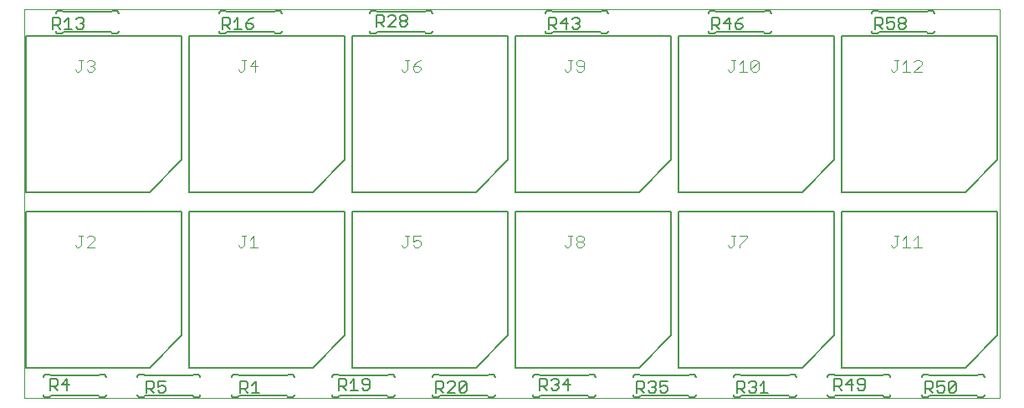
<source format=gto>
G75*
%MOIN*%
%OFA0B0*%
%FSLAX25Y25*%
%IPPOS*%
%LPD*%
%AMOC8*
5,1,8,0,0,1.08239X$1,22.5*
%
%ADD10C,0.00000*%
%ADD11C,0.00500*%
%ADD12C,0.00400*%
%ADD13C,0.00600*%
D10*
X0001000Y0001000D02*
X0001000Y0155961D01*
X0389701Y0155961D01*
X0389701Y0001000D01*
X0001000Y0001000D01*
D11*
X0011250Y0004250D02*
X0011250Y0008754D01*
X0013502Y0008754D01*
X0014253Y0008003D01*
X0014253Y0006502D01*
X0013502Y0005751D01*
X0011250Y0005751D01*
X0012751Y0005751D02*
X0014253Y0004250D01*
X0018106Y0004250D02*
X0018106Y0008754D01*
X0015854Y0006502D01*
X0018856Y0006502D01*
X0001512Y0013283D02*
X0001512Y0075488D01*
X0063717Y0075488D01*
X0063717Y0026000D01*
X0051000Y0013283D01*
X0001512Y0013283D01*
X0049542Y0007754D02*
X0049542Y0003250D01*
X0049542Y0004751D02*
X0051794Y0004751D01*
X0052545Y0005502D01*
X0052545Y0007003D01*
X0051794Y0007754D01*
X0049542Y0007754D01*
X0051043Y0004751D02*
X0052545Y0003250D01*
X0054146Y0004001D02*
X0054897Y0003250D01*
X0056398Y0003250D01*
X0057149Y0004001D01*
X0057149Y0005502D01*
X0056398Y0006253D01*
X0055647Y0006253D01*
X0054146Y0005502D01*
X0054146Y0007754D01*
X0057149Y0007754D01*
X0066512Y0013283D02*
X0066512Y0075488D01*
X0128717Y0075488D01*
X0128717Y0026000D01*
X0116000Y0013283D01*
X0066512Y0013283D01*
X0087042Y0007754D02*
X0089294Y0007754D01*
X0090045Y0007003D01*
X0090045Y0005502D01*
X0089294Y0004751D01*
X0087042Y0004751D01*
X0087042Y0003250D02*
X0087042Y0007754D01*
X0088543Y0004751D02*
X0090045Y0003250D01*
X0091646Y0003250D02*
X0094649Y0003250D01*
X0093147Y0003250D02*
X0093147Y0007754D01*
X0091646Y0006253D01*
X0126250Y0005751D02*
X0128502Y0005751D01*
X0129253Y0006502D01*
X0129253Y0008003D01*
X0128502Y0008754D01*
X0126250Y0008754D01*
X0126250Y0004250D01*
X0127751Y0005751D02*
X0129253Y0004250D01*
X0130854Y0004250D02*
X0133856Y0004250D01*
X0132355Y0004250D02*
X0132355Y0008754D01*
X0130854Y0007253D01*
X0135458Y0007253D02*
X0135458Y0008003D01*
X0136208Y0008754D01*
X0137710Y0008754D01*
X0138460Y0008003D01*
X0138460Y0005001D01*
X0137710Y0004250D01*
X0136208Y0004250D01*
X0135458Y0005001D01*
X0136208Y0006502D02*
X0138460Y0006502D01*
X0136208Y0006502D02*
X0135458Y0007253D01*
X0131512Y0013283D02*
X0131512Y0075488D01*
X0193717Y0075488D01*
X0193717Y0026000D01*
X0181000Y0013283D01*
X0131512Y0013283D01*
X0164938Y0007754D02*
X0164938Y0003250D01*
X0164938Y0004751D02*
X0167190Y0004751D01*
X0167941Y0005502D01*
X0167941Y0007003D01*
X0167190Y0007754D01*
X0164938Y0007754D01*
X0166439Y0004751D02*
X0167941Y0003250D01*
X0169542Y0003250D02*
X0172545Y0006253D01*
X0172545Y0007003D01*
X0171794Y0007754D01*
X0170293Y0007754D01*
X0169542Y0007003D01*
X0174146Y0007003D02*
X0174897Y0007754D01*
X0176398Y0007754D01*
X0177149Y0007003D01*
X0174146Y0004001D01*
X0174897Y0003250D01*
X0176398Y0003250D01*
X0177149Y0004001D01*
X0177149Y0007003D01*
X0174146Y0007003D02*
X0174146Y0004001D01*
X0172545Y0003250D02*
X0169542Y0003250D01*
X0196512Y0013283D02*
X0196512Y0075488D01*
X0258717Y0075488D01*
X0258717Y0026000D01*
X0246000Y0013283D01*
X0196512Y0013283D01*
X0206250Y0008754D02*
X0208502Y0008754D01*
X0209253Y0008003D01*
X0209253Y0006502D01*
X0208502Y0005751D01*
X0206250Y0005751D01*
X0206250Y0004250D02*
X0206250Y0008754D01*
X0210854Y0008003D02*
X0211605Y0008754D01*
X0213106Y0008754D01*
X0213856Y0008003D01*
X0213856Y0007253D01*
X0213106Y0006502D01*
X0213856Y0005751D01*
X0213856Y0005001D01*
X0213106Y0004250D01*
X0211605Y0004250D01*
X0210854Y0005001D01*
X0209253Y0004250D02*
X0207751Y0005751D01*
X0212355Y0006502D02*
X0213106Y0006502D01*
X0215458Y0006502D02*
X0217710Y0008754D01*
X0217710Y0004250D01*
X0218460Y0006502D02*
X0215458Y0006502D01*
X0244938Y0007754D02*
X0244938Y0003250D01*
X0244938Y0004751D02*
X0247190Y0004751D01*
X0247941Y0005502D01*
X0247941Y0007003D01*
X0247190Y0007754D01*
X0244938Y0007754D01*
X0246439Y0004751D02*
X0247941Y0003250D01*
X0249542Y0004001D02*
X0250293Y0003250D01*
X0251794Y0003250D01*
X0252545Y0004001D01*
X0252545Y0004751D01*
X0251794Y0005502D01*
X0251043Y0005502D01*
X0251794Y0005502D02*
X0252545Y0006253D01*
X0252545Y0007003D01*
X0251794Y0007754D01*
X0250293Y0007754D01*
X0249542Y0007003D01*
X0254146Y0007754D02*
X0254146Y0005502D01*
X0255647Y0006253D01*
X0256398Y0006253D01*
X0257149Y0005502D01*
X0257149Y0004001D01*
X0256398Y0003250D01*
X0254897Y0003250D01*
X0254146Y0004001D01*
X0254146Y0007754D02*
X0257149Y0007754D01*
X0261512Y0013283D02*
X0261512Y0075488D01*
X0323717Y0075488D01*
X0323717Y0026000D01*
X0311000Y0013283D01*
X0261512Y0013283D01*
X0284938Y0007754D02*
X0284938Y0003250D01*
X0284938Y0004751D02*
X0287190Y0004751D01*
X0287941Y0005502D01*
X0287941Y0007003D01*
X0287190Y0007754D01*
X0284938Y0007754D01*
X0286439Y0004751D02*
X0287941Y0003250D01*
X0289542Y0004001D02*
X0290293Y0003250D01*
X0291794Y0003250D01*
X0292545Y0004001D01*
X0292545Y0004751D01*
X0291794Y0005502D01*
X0291043Y0005502D01*
X0291794Y0005502D02*
X0292545Y0006253D01*
X0292545Y0007003D01*
X0291794Y0007754D01*
X0290293Y0007754D01*
X0289542Y0007003D01*
X0294146Y0006253D02*
X0295647Y0007754D01*
X0295647Y0003250D01*
X0294146Y0003250D02*
X0297149Y0003250D01*
X0323750Y0004250D02*
X0323750Y0008754D01*
X0326002Y0008754D01*
X0326753Y0008003D01*
X0326753Y0006502D01*
X0326002Y0005751D01*
X0323750Y0005751D01*
X0325251Y0005751D02*
X0326753Y0004250D01*
X0330606Y0004250D02*
X0330606Y0008754D01*
X0328354Y0006502D01*
X0331356Y0006502D01*
X0332958Y0007253D02*
X0332958Y0008003D01*
X0333708Y0008754D01*
X0335210Y0008754D01*
X0335960Y0008003D01*
X0335960Y0005001D01*
X0335210Y0004250D01*
X0333708Y0004250D01*
X0332958Y0005001D01*
X0333708Y0006502D02*
X0335960Y0006502D01*
X0333708Y0006502D02*
X0332958Y0007253D01*
X0326512Y0013283D02*
X0326512Y0075488D01*
X0388717Y0075488D01*
X0388717Y0026000D01*
X0376000Y0013283D01*
X0326512Y0013283D01*
X0359938Y0007754D02*
X0359938Y0003250D01*
X0359938Y0004751D02*
X0362190Y0004751D01*
X0362941Y0005502D01*
X0362941Y0007003D01*
X0362190Y0007754D01*
X0359938Y0007754D01*
X0361439Y0004751D02*
X0362941Y0003250D01*
X0364542Y0004001D02*
X0365293Y0003250D01*
X0366794Y0003250D01*
X0367545Y0004001D01*
X0367545Y0005502D01*
X0366794Y0006253D01*
X0366043Y0006253D01*
X0364542Y0005502D01*
X0364542Y0007754D01*
X0367545Y0007754D01*
X0369146Y0007003D02*
X0369897Y0007754D01*
X0371398Y0007754D01*
X0372149Y0007003D01*
X0369146Y0004001D01*
X0369897Y0003250D01*
X0371398Y0003250D01*
X0372149Y0004001D01*
X0372149Y0007003D01*
X0369146Y0007003D02*
X0369146Y0004001D01*
X0376000Y0083283D02*
X0326512Y0083283D01*
X0326512Y0145488D01*
X0388717Y0145488D01*
X0388717Y0096000D01*
X0376000Y0083283D01*
X0323717Y0096000D02*
X0323717Y0145488D01*
X0261512Y0145488D01*
X0261512Y0083283D01*
X0311000Y0083283D01*
X0323717Y0096000D01*
X0258717Y0096000D02*
X0258717Y0145488D01*
X0196512Y0145488D01*
X0196512Y0083283D01*
X0246000Y0083283D01*
X0258717Y0096000D01*
X0193717Y0096000D02*
X0193717Y0145488D01*
X0131512Y0145488D01*
X0131512Y0083283D01*
X0181000Y0083283D01*
X0193717Y0096000D01*
X0128717Y0096000D02*
X0128717Y0145488D01*
X0066512Y0145488D01*
X0066512Y0083283D01*
X0116000Y0083283D01*
X0128717Y0096000D01*
X0063717Y0096000D02*
X0063717Y0145488D01*
X0001512Y0145488D01*
X0001512Y0083283D01*
X0051000Y0083283D01*
X0063717Y0096000D01*
X0079938Y0148250D02*
X0079938Y0152754D01*
X0082190Y0152754D01*
X0082941Y0152003D01*
X0082941Y0150502D01*
X0082190Y0149751D01*
X0079938Y0149751D01*
X0081439Y0149751D02*
X0082941Y0148250D01*
X0084542Y0148250D02*
X0087545Y0148250D01*
X0086043Y0148250D02*
X0086043Y0152754D01*
X0084542Y0151253D01*
X0089146Y0150502D02*
X0091398Y0150502D01*
X0092149Y0149751D01*
X0092149Y0149001D01*
X0091398Y0148250D01*
X0089897Y0148250D01*
X0089146Y0149001D01*
X0089146Y0150502D01*
X0090647Y0152003D01*
X0092149Y0152754D01*
X0141250Y0153754D02*
X0141250Y0149250D01*
X0141250Y0150751D02*
X0143502Y0150751D01*
X0144253Y0151502D01*
X0144253Y0153003D01*
X0143502Y0153754D01*
X0141250Y0153754D01*
X0142751Y0150751D02*
X0144253Y0149250D01*
X0145854Y0149250D02*
X0148856Y0152253D01*
X0148856Y0153003D01*
X0148106Y0153754D01*
X0146605Y0153754D01*
X0145854Y0153003D01*
X0150458Y0153003D02*
X0150458Y0152253D01*
X0151208Y0151502D01*
X0152710Y0151502D01*
X0153460Y0150751D01*
X0153460Y0150001D01*
X0152710Y0149250D01*
X0151208Y0149250D01*
X0150458Y0150001D01*
X0150458Y0150751D01*
X0151208Y0151502D01*
X0152710Y0151502D02*
X0153460Y0152253D01*
X0153460Y0153003D01*
X0152710Y0153754D01*
X0151208Y0153754D01*
X0150458Y0153003D01*
X0148856Y0149250D02*
X0145854Y0149250D01*
X0209938Y0149751D02*
X0212190Y0149751D01*
X0212941Y0150502D01*
X0212941Y0152003D01*
X0212190Y0152754D01*
X0209938Y0152754D01*
X0209938Y0148250D01*
X0211439Y0149751D02*
X0212941Y0148250D01*
X0214542Y0150502D02*
X0217545Y0150502D01*
X0219146Y0152003D02*
X0219897Y0152754D01*
X0221398Y0152754D01*
X0222149Y0152003D01*
X0222149Y0151253D01*
X0221398Y0150502D01*
X0222149Y0149751D01*
X0222149Y0149001D01*
X0221398Y0148250D01*
X0219897Y0148250D01*
X0219146Y0149001D01*
X0220647Y0150502D02*
X0221398Y0150502D01*
X0216794Y0148250D02*
X0216794Y0152754D01*
X0214542Y0150502D01*
X0274938Y0149751D02*
X0277190Y0149751D01*
X0277941Y0150502D01*
X0277941Y0152003D01*
X0277190Y0152754D01*
X0274938Y0152754D01*
X0274938Y0148250D01*
X0276439Y0149751D02*
X0277941Y0148250D01*
X0279542Y0150502D02*
X0282545Y0150502D01*
X0284146Y0150502D02*
X0286398Y0150502D01*
X0287149Y0149751D01*
X0287149Y0149001D01*
X0286398Y0148250D01*
X0284897Y0148250D01*
X0284146Y0149001D01*
X0284146Y0150502D01*
X0285647Y0152003D01*
X0287149Y0152754D01*
X0281794Y0152754D02*
X0279542Y0150502D01*
X0281794Y0148250D02*
X0281794Y0152754D01*
X0339938Y0152754D02*
X0339938Y0148250D01*
X0339938Y0149751D02*
X0342190Y0149751D01*
X0342941Y0150502D01*
X0342941Y0152003D01*
X0342190Y0152754D01*
X0339938Y0152754D01*
X0341439Y0149751D02*
X0342941Y0148250D01*
X0344542Y0149001D02*
X0345293Y0148250D01*
X0346794Y0148250D01*
X0347545Y0149001D01*
X0347545Y0150502D01*
X0346794Y0151253D01*
X0346043Y0151253D01*
X0344542Y0150502D01*
X0344542Y0152754D01*
X0347545Y0152754D01*
X0349146Y0152003D02*
X0349146Y0151253D01*
X0349897Y0150502D01*
X0351398Y0150502D01*
X0352149Y0149751D01*
X0352149Y0149001D01*
X0351398Y0148250D01*
X0349897Y0148250D01*
X0349146Y0149001D01*
X0349146Y0149751D01*
X0349897Y0150502D01*
X0351398Y0150502D02*
X0352149Y0151253D01*
X0352149Y0152003D01*
X0351398Y0152754D01*
X0349897Y0152754D01*
X0349146Y0152003D01*
X0024649Y0152003D02*
X0024649Y0151253D01*
X0023898Y0150502D01*
X0024649Y0149751D01*
X0024649Y0149001D01*
X0023898Y0148250D01*
X0022397Y0148250D01*
X0021646Y0149001D01*
X0020045Y0148250D02*
X0017042Y0148250D01*
X0018543Y0148250D02*
X0018543Y0152754D01*
X0017042Y0151253D01*
X0015441Y0152003D02*
X0015441Y0150502D01*
X0014690Y0149751D01*
X0012438Y0149751D01*
X0012438Y0148250D02*
X0012438Y0152754D01*
X0014690Y0152754D01*
X0015441Y0152003D01*
X0013939Y0149751D02*
X0015441Y0148250D01*
X0021646Y0152003D02*
X0022397Y0152754D01*
X0023898Y0152754D01*
X0024649Y0152003D01*
X0023898Y0150502D02*
X0023147Y0150502D01*
D12*
X0023502Y0135804D02*
X0023502Y0131967D01*
X0022735Y0131200D01*
X0021967Y0131200D01*
X0021200Y0131967D01*
X0025804Y0131967D02*
X0026571Y0131200D01*
X0028106Y0131200D01*
X0028873Y0131967D01*
X0028873Y0132735D01*
X0028106Y0133502D01*
X0027339Y0133502D01*
X0028106Y0133502D02*
X0028873Y0134269D01*
X0028873Y0135037D01*
X0028106Y0135804D01*
X0026571Y0135804D01*
X0025804Y0135037D01*
X0024269Y0135804D02*
X0022735Y0135804D01*
X0086200Y0131967D02*
X0086967Y0131200D01*
X0087735Y0131200D01*
X0088502Y0131967D01*
X0088502Y0135804D01*
X0087735Y0135804D02*
X0089269Y0135804D01*
X0090804Y0133502D02*
X0093873Y0133502D01*
X0093106Y0135804D02*
X0090804Y0133502D01*
X0093106Y0131200D02*
X0093106Y0135804D01*
X0151200Y0131967D02*
X0151967Y0131200D01*
X0152735Y0131200D01*
X0153502Y0131967D01*
X0153502Y0135804D01*
X0152735Y0135804D02*
X0154269Y0135804D01*
X0155804Y0133502D02*
X0158106Y0133502D01*
X0158873Y0132735D01*
X0158873Y0131967D01*
X0158106Y0131200D01*
X0156571Y0131200D01*
X0155804Y0131967D01*
X0155804Y0133502D01*
X0157339Y0135037D01*
X0158873Y0135804D01*
X0216200Y0131967D02*
X0216967Y0131200D01*
X0217735Y0131200D01*
X0218502Y0131967D01*
X0218502Y0135804D01*
X0217735Y0135804D02*
X0219269Y0135804D01*
X0220804Y0135037D02*
X0220804Y0134269D01*
X0221571Y0133502D01*
X0223873Y0133502D01*
X0223873Y0131967D02*
X0223873Y0135037D01*
X0223106Y0135804D01*
X0221571Y0135804D01*
X0220804Y0135037D01*
X0220804Y0131967D02*
X0221571Y0131200D01*
X0223106Y0131200D01*
X0223873Y0131967D01*
X0281200Y0131967D02*
X0281967Y0131200D01*
X0282735Y0131200D01*
X0283502Y0131967D01*
X0283502Y0135804D01*
X0282735Y0135804D02*
X0284269Y0135804D01*
X0285804Y0134269D02*
X0287339Y0135804D01*
X0287339Y0131200D01*
X0288873Y0131200D02*
X0285804Y0131200D01*
X0290408Y0131967D02*
X0293477Y0135037D01*
X0293477Y0131967D01*
X0292710Y0131200D01*
X0291175Y0131200D01*
X0290408Y0131967D01*
X0290408Y0135037D01*
X0291175Y0135804D01*
X0292710Y0135804D01*
X0293477Y0135037D01*
X0346200Y0131967D02*
X0346967Y0131200D01*
X0347735Y0131200D01*
X0348502Y0131967D01*
X0348502Y0135804D01*
X0347735Y0135804D02*
X0349269Y0135804D01*
X0350804Y0134269D02*
X0352339Y0135804D01*
X0352339Y0131200D01*
X0353873Y0131200D02*
X0350804Y0131200D01*
X0355408Y0131200D02*
X0358477Y0134269D01*
X0358477Y0135037D01*
X0357710Y0135804D01*
X0356175Y0135804D01*
X0355408Y0135037D01*
X0355408Y0131200D02*
X0358477Y0131200D01*
X0356942Y0065804D02*
X0356942Y0061200D01*
X0355408Y0061200D02*
X0358477Y0061200D01*
X0353873Y0061200D02*
X0350804Y0061200D01*
X0352339Y0061200D02*
X0352339Y0065804D01*
X0350804Y0064269D01*
X0349269Y0065804D02*
X0347735Y0065804D01*
X0348502Y0065804D02*
X0348502Y0061967D01*
X0347735Y0061200D01*
X0346967Y0061200D01*
X0346200Y0061967D01*
X0355408Y0064269D02*
X0356942Y0065804D01*
X0288873Y0065804D02*
X0288873Y0065037D01*
X0285804Y0061967D01*
X0285804Y0061200D01*
X0283502Y0061967D02*
X0283502Y0065804D01*
X0282735Y0065804D02*
X0284269Y0065804D01*
X0285804Y0065804D02*
X0288873Y0065804D01*
X0283502Y0061967D02*
X0282735Y0061200D01*
X0281967Y0061200D01*
X0281200Y0061967D01*
X0223873Y0061967D02*
X0223106Y0061200D01*
X0221571Y0061200D01*
X0220804Y0061967D01*
X0220804Y0062735D01*
X0221571Y0063502D01*
X0223106Y0063502D01*
X0223873Y0062735D01*
X0223873Y0061967D01*
X0223106Y0063502D02*
X0223873Y0064269D01*
X0223873Y0065037D01*
X0223106Y0065804D01*
X0221571Y0065804D01*
X0220804Y0065037D01*
X0220804Y0064269D01*
X0221571Y0063502D01*
X0219269Y0065804D02*
X0217735Y0065804D01*
X0218502Y0065804D02*
X0218502Y0061967D01*
X0217735Y0061200D01*
X0216967Y0061200D01*
X0216200Y0061967D01*
X0158873Y0061967D02*
X0158106Y0061200D01*
X0156571Y0061200D01*
X0155804Y0061967D01*
X0155804Y0063502D02*
X0157339Y0064269D01*
X0158106Y0064269D01*
X0158873Y0063502D01*
X0158873Y0061967D01*
X0155804Y0063502D02*
X0155804Y0065804D01*
X0158873Y0065804D01*
X0154269Y0065804D02*
X0152735Y0065804D01*
X0153502Y0065804D02*
X0153502Y0061967D01*
X0152735Y0061200D01*
X0151967Y0061200D01*
X0151200Y0061967D01*
X0093873Y0061200D02*
X0090804Y0061200D01*
X0092339Y0061200D02*
X0092339Y0065804D01*
X0090804Y0064269D01*
X0089269Y0065804D02*
X0087735Y0065804D01*
X0088502Y0065804D02*
X0088502Y0061967D01*
X0087735Y0061200D01*
X0086967Y0061200D01*
X0086200Y0061967D01*
X0028873Y0061200D02*
X0025804Y0061200D01*
X0028873Y0064269D01*
X0028873Y0065037D01*
X0028106Y0065804D01*
X0026571Y0065804D01*
X0025804Y0065037D01*
X0024269Y0065804D02*
X0022735Y0065804D01*
X0023502Y0065804D02*
X0023502Y0061967D01*
X0022735Y0061200D01*
X0021967Y0061200D01*
X0021200Y0061967D01*
D13*
X0031000Y0010500D02*
X0032500Y0010500D01*
X0032560Y0010498D01*
X0032621Y0010493D01*
X0032680Y0010484D01*
X0032739Y0010471D01*
X0032798Y0010455D01*
X0032855Y0010435D01*
X0032910Y0010412D01*
X0032965Y0010385D01*
X0033017Y0010356D01*
X0033068Y0010323D01*
X0033117Y0010287D01*
X0033163Y0010249D01*
X0033207Y0010207D01*
X0033249Y0010163D01*
X0033287Y0010117D01*
X0033323Y0010068D01*
X0033356Y0010017D01*
X0033385Y0009965D01*
X0033412Y0009910D01*
X0033435Y0009855D01*
X0033455Y0009798D01*
X0033471Y0009739D01*
X0033484Y0009680D01*
X0033493Y0009621D01*
X0033498Y0009560D01*
X0033500Y0009500D01*
X0031000Y0010500D02*
X0030500Y0010000D01*
X0011500Y0010000D01*
X0011000Y0010500D01*
X0009500Y0010500D01*
X0009440Y0010498D01*
X0009379Y0010493D01*
X0009320Y0010484D01*
X0009261Y0010471D01*
X0009202Y0010455D01*
X0009145Y0010435D01*
X0009090Y0010412D01*
X0009035Y0010385D01*
X0008983Y0010356D01*
X0008932Y0010323D01*
X0008883Y0010287D01*
X0008837Y0010249D01*
X0008793Y0010207D01*
X0008751Y0010163D01*
X0008713Y0010117D01*
X0008677Y0010068D01*
X0008644Y0010017D01*
X0008615Y0009965D01*
X0008588Y0009910D01*
X0008565Y0009855D01*
X0008545Y0009798D01*
X0008529Y0009739D01*
X0008516Y0009680D01*
X0008507Y0009621D01*
X0008502Y0009560D01*
X0008500Y0009500D01*
X0008500Y0002500D02*
X0008502Y0002440D01*
X0008507Y0002379D01*
X0008516Y0002320D01*
X0008529Y0002261D01*
X0008545Y0002202D01*
X0008565Y0002145D01*
X0008588Y0002090D01*
X0008615Y0002035D01*
X0008644Y0001983D01*
X0008677Y0001932D01*
X0008713Y0001883D01*
X0008751Y0001837D01*
X0008793Y0001793D01*
X0008837Y0001751D01*
X0008883Y0001713D01*
X0008932Y0001677D01*
X0008983Y0001644D01*
X0009035Y0001615D01*
X0009090Y0001588D01*
X0009145Y0001565D01*
X0009202Y0001545D01*
X0009261Y0001529D01*
X0009320Y0001516D01*
X0009379Y0001507D01*
X0009440Y0001502D01*
X0009500Y0001500D01*
X0011000Y0001500D01*
X0011500Y0002000D01*
X0030500Y0002000D01*
X0031000Y0001500D01*
X0032500Y0001500D01*
X0032560Y0001502D01*
X0032621Y0001507D01*
X0032680Y0001516D01*
X0032739Y0001529D01*
X0032798Y0001545D01*
X0032855Y0001565D01*
X0032910Y0001588D01*
X0032965Y0001615D01*
X0033017Y0001644D01*
X0033068Y0001677D01*
X0033117Y0001713D01*
X0033163Y0001751D01*
X0033207Y0001793D01*
X0033249Y0001837D01*
X0033287Y0001883D01*
X0033323Y0001932D01*
X0033356Y0001983D01*
X0033385Y0002035D01*
X0033412Y0002090D01*
X0033435Y0002145D01*
X0033455Y0002202D01*
X0033471Y0002261D01*
X0033484Y0002320D01*
X0033493Y0002379D01*
X0033498Y0002440D01*
X0033500Y0002500D01*
X0046000Y0002500D02*
X0046002Y0002440D01*
X0046007Y0002379D01*
X0046016Y0002320D01*
X0046029Y0002261D01*
X0046045Y0002202D01*
X0046065Y0002145D01*
X0046088Y0002090D01*
X0046115Y0002035D01*
X0046144Y0001983D01*
X0046177Y0001932D01*
X0046213Y0001883D01*
X0046251Y0001837D01*
X0046293Y0001793D01*
X0046337Y0001751D01*
X0046383Y0001713D01*
X0046432Y0001677D01*
X0046483Y0001644D01*
X0046535Y0001615D01*
X0046590Y0001588D01*
X0046645Y0001565D01*
X0046702Y0001545D01*
X0046761Y0001529D01*
X0046820Y0001516D01*
X0046879Y0001507D01*
X0046940Y0001502D01*
X0047000Y0001500D01*
X0048500Y0001500D01*
X0049000Y0002000D01*
X0068000Y0002000D01*
X0068500Y0001500D01*
X0070000Y0001500D01*
X0070060Y0001502D01*
X0070121Y0001507D01*
X0070180Y0001516D01*
X0070239Y0001529D01*
X0070298Y0001545D01*
X0070355Y0001565D01*
X0070410Y0001588D01*
X0070465Y0001615D01*
X0070517Y0001644D01*
X0070568Y0001677D01*
X0070617Y0001713D01*
X0070663Y0001751D01*
X0070707Y0001793D01*
X0070749Y0001837D01*
X0070787Y0001883D01*
X0070823Y0001932D01*
X0070856Y0001983D01*
X0070885Y0002035D01*
X0070912Y0002090D01*
X0070935Y0002145D01*
X0070955Y0002202D01*
X0070971Y0002261D01*
X0070984Y0002320D01*
X0070993Y0002379D01*
X0070998Y0002440D01*
X0071000Y0002500D01*
X0083500Y0002500D02*
X0083502Y0002440D01*
X0083507Y0002379D01*
X0083516Y0002320D01*
X0083529Y0002261D01*
X0083545Y0002202D01*
X0083565Y0002145D01*
X0083588Y0002090D01*
X0083615Y0002035D01*
X0083644Y0001983D01*
X0083677Y0001932D01*
X0083713Y0001883D01*
X0083751Y0001837D01*
X0083793Y0001793D01*
X0083837Y0001751D01*
X0083883Y0001713D01*
X0083932Y0001677D01*
X0083983Y0001644D01*
X0084035Y0001615D01*
X0084090Y0001588D01*
X0084145Y0001565D01*
X0084202Y0001545D01*
X0084261Y0001529D01*
X0084320Y0001516D01*
X0084379Y0001507D01*
X0084440Y0001502D01*
X0084500Y0001500D01*
X0086000Y0001500D01*
X0086500Y0002000D01*
X0105500Y0002000D01*
X0106000Y0001500D01*
X0107500Y0001500D01*
X0107560Y0001502D01*
X0107621Y0001507D01*
X0107680Y0001516D01*
X0107739Y0001529D01*
X0107798Y0001545D01*
X0107855Y0001565D01*
X0107910Y0001588D01*
X0107965Y0001615D01*
X0108017Y0001644D01*
X0108068Y0001677D01*
X0108117Y0001713D01*
X0108163Y0001751D01*
X0108207Y0001793D01*
X0108249Y0001837D01*
X0108287Y0001883D01*
X0108323Y0001932D01*
X0108356Y0001983D01*
X0108385Y0002035D01*
X0108412Y0002090D01*
X0108435Y0002145D01*
X0108455Y0002202D01*
X0108471Y0002261D01*
X0108484Y0002320D01*
X0108493Y0002379D01*
X0108498Y0002440D01*
X0108500Y0002500D01*
X0123500Y0002500D02*
X0123502Y0002440D01*
X0123507Y0002379D01*
X0123516Y0002320D01*
X0123529Y0002261D01*
X0123545Y0002202D01*
X0123565Y0002145D01*
X0123588Y0002090D01*
X0123615Y0002035D01*
X0123644Y0001983D01*
X0123677Y0001932D01*
X0123713Y0001883D01*
X0123751Y0001837D01*
X0123793Y0001793D01*
X0123837Y0001751D01*
X0123883Y0001713D01*
X0123932Y0001677D01*
X0123983Y0001644D01*
X0124035Y0001615D01*
X0124090Y0001588D01*
X0124145Y0001565D01*
X0124202Y0001545D01*
X0124261Y0001529D01*
X0124320Y0001516D01*
X0124379Y0001507D01*
X0124440Y0001502D01*
X0124500Y0001500D01*
X0126000Y0001500D01*
X0126500Y0002000D01*
X0145500Y0002000D01*
X0146000Y0001500D01*
X0147500Y0001500D01*
X0147560Y0001502D01*
X0147621Y0001507D01*
X0147680Y0001516D01*
X0147739Y0001529D01*
X0147798Y0001545D01*
X0147855Y0001565D01*
X0147910Y0001588D01*
X0147965Y0001615D01*
X0148017Y0001644D01*
X0148068Y0001677D01*
X0148117Y0001713D01*
X0148163Y0001751D01*
X0148207Y0001793D01*
X0148249Y0001837D01*
X0148287Y0001883D01*
X0148323Y0001932D01*
X0148356Y0001983D01*
X0148385Y0002035D01*
X0148412Y0002090D01*
X0148435Y0002145D01*
X0148455Y0002202D01*
X0148471Y0002261D01*
X0148484Y0002320D01*
X0148493Y0002379D01*
X0148498Y0002440D01*
X0148500Y0002500D01*
X0148500Y0009500D02*
X0148498Y0009560D01*
X0148493Y0009621D01*
X0148484Y0009680D01*
X0148471Y0009739D01*
X0148455Y0009798D01*
X0148435Y0009855D01*
X0148412Y0009910D01*
X0148385Y0009965D01*
X0148356Y0010017D01*
X0148323Y0010068D01*
X0148287Y0010117D01*
X0148249Y0010163D01*
X0148207Y0010207D01*
X0148163Y0010249D01*
X0148117Y0010287D01*
X0148068Y0010323D01*
X0148017Y0010356D01*
X0147965Y0010385D01*
X0147910Y0010412D01*
X0147855Y0010435D01*
X0147798Y0010455D01*
X0147739Y0010471D01*
X0147680Y0010484D01*
X0147621Y0010493D01*
X0147560Y0010498D01*
X0147500Y0010500D01*
X0146000Y0010500D01*
X0145500Y0010000D01*
X0126500Y0010000D01*
X0126000Y0010500D01*
X0124500Y0010500D01*
X0124440Y0010498D01*
X0124379Y0010493D01*
X0124320Y0010484D01*
X0124261Y0010471D01*
X0124202Y0010455D01*
X0124145Y0010435D01*
X0124090Y0010412D01*
X0124035Y0010385D01*
X0123983Y0010356D01*
X0123932Y0010323D01*
X0123883Y0010287D01*
X0123837Y0010249D01*
X0123793Y0010207D01*
X0123751Y0010163D01*
X0123713Y0010117D01*
X0123677Y0010068D01*
X0123644Y0010017D01*
X0123615Y0009965D01*
X0123588Y0009910D01*
X0123565Y0009855D01*
X0123545Y0009798D01*
X0123529Y0009739D01*
X0123516Y0009680D01*
X0123507Y0009621D01*
X0123502Y0009560D01*
X0123500Y0009500D01*
X0108500Y0009500D02*
X0108498Y0009560D01*
X0108493Y0009621D01*
X0108484Y0009680D01*
X0108471Y0009739D01*
X0108455Y0009798D01*
X0108435Y0009855D01*
X0108412Y0009910D01*
X0108385Y0009965D01*
X0108356Y0010017D01*
X0108323Y0010068D01*
X0108287Y0010117D01*
X0108249Y0010163D01*
X0108207Y0010207D01*
X0108163Y0010249D01*
X0108117Y0010287D01*
X0108068Y0010323D01*
X0108017Y0010356D01*
X0107965Y0010385D01*
X0107910Y0010412D01*
X0107855Y0010435D01*
X0107798Y0010455D01*
X0107739Y0010471D01*
X0107680Y0010484D01*
X0107621Y0010493D01*
X0107560Y0010498D01*
X0107500Y0010500D01*
X0106000Y0010500D01*
X0105500Y0010000D01*
X0086500Y0010000D01*
X0086000Y0010500D01*
X0084500Y0010500D01*
X0084440Y0010498D01*
X0084379Y0010493D01*
X0084320Y0010484D01*
X0084261Y0010471D01*
X0084202Y0010455D01*
X0084145Y0010435D01*
X0084090Y0010412D01*
X0084035Y0010385D01*
X0083983Y0010356D01*
X0083932Y0010323D01*
X0083883Y0010287D01*
X0083837Y0010249D01*
X0083793Y0010207D01*
X0083751Y0010163D01*
X0083713Y0010117D01*
X0083677Y0010068D01*
X0083644Y0010017D01*
X0083615Y0009965D01*
X0083588Y0009910D01*
X0083565Y0009855D01*
X0083545Y0009798D01*
X0083529Y0009739D01*
X0083516Y0009680D01*
X0083507Y0009621D01*
X0083502Y0009560D01*
X0083500Y0009500D01*
X0071000Y0009500D02*
X0070998Y0009560D01*
X0070993Y0009621D01*
X0070984Y0009680D01*
X0070971Y0009739D01*
X0070955Y0009798D01*
X0070935Y0009855D01*
X0070912Y0009910D01*
X0070885Y0009965D01*
X0070856Y0010017D01*
X0070823Y0010068D01*
X0070787Y0010117D01*
X0070749Y0010163D01*
X0070707Y0010207D01*
X0070663Y0010249D01*
X0070617Y0010287D01*
X0070568Y0010323D01*
X0070517Y0010356D01*
X0070465Y0010385D01*
X0070410Y0010412D01*
X0070355Y0010435D01*
X0070298Y0010455D01*
X0070239Y0010471D01*
X0070180Y0010484D01*
X0070121Y0010493D01*
X0070060Y0010498D01*
X0070000Y0010500D01*
X0068500Y0010500D01*
X0068000Y0010000D01*
X0049000Y0010000D01*
X0048500Y0010500D01*
X0047000Y0010500D01*
X0046940Y0010498D01*
X0046879Y0010493D01*
X0046820Y0010484D01*
X0046761Y0010471D01*
X0046702Y0010455D01*
X0046645Y0010435D01*
X0046590Y0010412D01*
X0046535Y0010385D01*
X0046483Y0010356D01*
X0046432Y0010323D01*
X0046383Y0010287D01*
X0046337Y0010249D01*
X0046293Y0010207D01*
X0046251Y0010163D01*
X0046213Y0010117D01*
X0046177Y0010068D01*
X0046144Y0010017D01*
X0046115Y0009965D01*
X0046088Y0009910D01*
X0046065Y0009855D01*
X0046045Y0009798D01*
X0046029Y0009739D01*
X0046016Y0009680D01*
X0046007Y0009621D01*
X0046002Y0009560D01*
X0046000Y0009500D01*
X0163500Y0009500D02*
X0163502Y0009560D01*
X0163507Y0009621D01*
X0163516Y0009680D01*
X0163529Y0009739D01*
X0163545Y0009798D01*
X0163565Y0009855D01*
X0163588Y0009910D01*
X0163615Y0009965D01*
X0163644Y0010017D01*
X0163677Y0010068D01*
X0163713Y0010117D01*
X0163751Y0010163D01*
X0163793Y0010207D01*
X0163837Y0010249D01*
X0163883Y0010287D01*
X0163932Y0010323D01*
X0163983Y0010356D01*
X0164035Y0010385D01*
X0164090Y0010412D01*
X0164145Y0010435D01*
X0164202Y0010455D01*
X0164261Y0010471D01*
X0164320Y0010484D01*
X0164379Y0010493D01*
X0164440Y0010498D01*
X0164500Y0010500D01*
X0166000Y0010500D01*
X0166500Y0010000D01*
X0185500Y0010000D01*
X0186000Y0010500D01*
X0187500Y0010500D01*
X0187560Y0010498D01*
X0187621Y0010493D01*
X0187680Y0010484D01*
X0187739Y0010471D01*
X0187798Y0010455D01*
X0187855Y0010435D01*
X0187910Y0010412D01*
X0187965Y0010385D01*
X0188017Y0010356D01*
X0188068Y0010323D01*
X0188117Y0010287D01*
X0188163Y0010249D01*
X0188207Y0010207D01*
X0188249Y0010163D01*
X0188287Y0010117D01*
X0188323Y0010068D01*
X0188356Y0010017D01*
X0188385Y0009965D01*
X0188412Y0009910D01*
X0188435Y0009855D01*
X0188455Y0009798D01*
X0188471Y0009739D01*
X0188484Y0009680D01*
X0188493Y0009621D01*
X0188498Y0009560D01*
X0188500Y0009500D01*
X0203500Y0009500D02*
X0203502Y0009560D01*
X0203507Y0009621D01*
X0203516Y0009680D01*
X0203529Y0009739D01*
X0203545Y0009798D01*
X0203565Y0009855D01*
X0203588Y0009910D01*
X0203615Y0009965D01*
X0203644Y0010017D01*
X0203677Y0010068D01*
X0203713Y0010117D01*
X0203751Y0010163D01*
X0203793Y0010207D01*
X0203837Y0010249D01*
X0203883Y0010287D01*
X0203932Y0010323D01*
X0203983Y0010356D01*
X0204035Y0010385D01*
X0204090Y0010412D01*
X0204145Y0010435D01*
X0204202Y0010455D01*
X0204261Y0010471D01*
X0204320Y0010484D01*
X0204379Y0010493D01*
X0204440Y0010498D01*
X0204500Y0010500D01*
X0206000Y0010500D01*
X0206500Y0010000D01*
X0225500Y0010000D01*
X0226000Y0010500D01*
X0227500Y0010500D01*
X0227560Y0010498D01*
X0227621Y0010493D01*
X0227680Y0010484D01*
X0227739Y0010471D01*
X0227798Y0010455D01*
X0227855Y0010435D01*
X0227910Y0010412D01*
X0227965Y0010385D01*
X0228017Y0010356D01*
X0228068Y0010323D01*
X0228117Y0010287D01*
X0228163Y0010249D01*
X0228207Y0010207D01*
X0228249Y0010163D01*
X0228287Y0010117D01*
X0228323Y0010068D01*
X0228356Y0010017D01*
X0228385Y0009965D01*
X0228412Y0009910D01*
X0228435Y0009855D01*
X0228455Y0009798D01*
X0228471Y0009739D01*
X0228484Y0009680D01*
X0228493Y0009621D01*
X0228498Y0009560D01*
X0228500Y0009500D01*
X0243500Y0009500D02*
X0243502Y0009560D01*
X0243507Y0009621D01*
X0243516Y0009680D01*
X0243529Y0009739D01*
X0243545Y0009798D01*
X0243565Y0009855D01*
X0243588Y0009910D01*
X0243615Y0009965D01*
X0243644Y0010017D01*
X0243677Y0010068D01*
X0243713Y0010117D01*
X0243751Y0010163D01*
X0243793Y0010207D01*
X0243837Y0010249D01*
X0243883Y0010287D01*
X0243932Y0010323D01*
X0243983Y0010356D01*
X0244035Y0010385D01*
X0244090Y0010412D01*
X0244145Y0010435D01*
X0244202Y0010455D01*
X0244261Y0010471D01*
X0244320Y0010484D01*
X0244379Y0010493D01*
X0244440Y0010498D01*
X0244500Y0010500D01*
X0246000Y0010500D01*
X0246500Y0010000D01*
X0265500Y0010000D01*
X0266000Y0010500D01*
X0267500Y0010500D01*
X0267560Y0010498D01*
X0267621Y0010493D01*
X0267680Y0010484D01*
X0267739Y0010471D01*
X0267798Y0010455D01*
X0267855Y0010435D01*
X0267910Y0010412D01*
X0267965Y0010385D01*
X0268017Y0010356D01*
X0268068Y0010323D01*
X0268117Y0010287D01*
X0268163Y0010249D01*
X0268207Y0010207D01*
X0268249Y0010163D01*
X0268287Y0010117D01*
X0268323Y0010068D01*
X0268356Y0010017D01*
X0268385Y0009965D01*
X0268412Y0009910D01*
X0268435Y0009855D01*
X0268455Y0009798D01*
X0268471Y0009739D01*
X0268484Y0009680D01*
X0268493Y0009621D01*
X0268498Y0009560D01*
X0268500Y0009500D01*
X0283500Y0009500D02*
X0283502Y0009560D01*
X0283507Y0009621D01*
X0283516Y0009680D01*
X0283529Y0009739D01*
X0283545Y0009798D01*
X0283565Y0009855D01*
X0283588Y0009910D01*
X0283615Y0009965D01*
X0283644Y0010017D01*
X0283677Y0010068D01*
X0283713Y0010117D01*
X0283751Y0010163D01*
X0283793Y0010207D01*
X0283837Y0010249D01*
X0283883Y0010287D01*
X0283932Y0010323D01*
X0283983Y0010356D01*
X0284035Y0010385D01*
X0284090Y0010412D01*
X0284145Y0010435D01*
X0284202Y0010455D01*
X0284261Y0010471D01*
X0284320Y0010484D01*
X0284379Y0010493D01*
X0284440Y0010498D01*
X0284500Y0010500D01*
X0286000Y0010500D01*
X0286500Y0010000D01*
X0305500Y0010000D01*
X0306000Y0010500D01*
X0307500Y0010500D01*
X0307560Y0010498D01*
X0307621Y0010493D01*
X0307680Y0010484D01*
X0307739Y0010471D01*
X0307798Y0010455D01*
X0307855Y0010435D01*
X0307910Y0010412D01*
X0307965Y0010385D01*
X0308017Y0010356D01*
X0308068Y0010323D01*
X0308117Y0010287D01*
X0308163Y0010249D01*
X0308207Y0010207D01*
X0308249Y0010163D01*
X0308287Y0010117D01*
X0308323Y0010068D01*
X0308356Y0010017D01*
X0308385Y0009965D01*
X0308412Y0009910D01*
X0308435Y0009855D01*
X0308455Y0009798D01*
X0308471Y0009739D01*
X0308484Y0009680D01*
X0308493Y0009621D01*
X0308498Y0009560D01*
X0308500Y0009500D01*
X0321000Y0009500D02*
X0321002Y0009560D01*
X0321007Y0009621D01*
X0321016Y0009680D01*
X0321029Y0009739D01*
X0321045Y0009798D01*
X0321065Y0009855D01*
X0321088Y0009910D01*
X0321115Y0009965D01*
X0321144Y0010017D01*
X0321177Y0010068D01*
X0321213Y0010117D01*
X0321251Y0010163D01*
X0321293Y0010207D01*
X0321337Y0010249D01*
X0321383Y0010287D01*
X0321432Y0010323D01*
X0321483Y0010356D01*
X0321535Y0010385D01*
X0321590Y0010412D01*
X0321645Y0010435D01*
X0321702Y0010455D01*
X0321761Y0010471D01*
X0321820Y0010484D01*
X0321879Y0010493D01*
X0321940Y0010498D01*
X0322000Y0010500D01*
X0323500Y0010500D01*
X0324000Y0010000D01*
X0343000Y0010000D01*
X0343500Y0010500D01*
X0345000Y0010500D01*
X0345060Y0010498D01*
X0345121Y0010493D01*
X0345180Y0010484D01*
X0345239Y0010471D01*
X0345298Y0010455D01*
X0345355Y0010435D01*
X0345410Y0010412D01*
X0345465Y0010385D01*
X0345517Y0010356D01*
X0345568Y0010323D01*
X0345617Y0010287D01*
X0345663Y0010249D01*
X0345707Y0010207D01*
X0345749Y0010163D01*
X0345787Y0010117D01*
X0345823Y0010068D01*
X0345856Y0010017D01*
X0345885Y0009965D01*
X0345912Y0009910D01*
X0345935Y0009855D01*
X0345955Y0009798D01*
X0345971Y0009739D01*
X0345984Y0009680D01*
X0345993Y0009621D01*
X0345998Y0009560D01*
X0346000Y0009500D01*
X0358500Y0009500D02*
X0358502Y0009560D01*
X0358507Y0009621D01*
X0358516Y0009680D01*
X0358529Y0009739D01*
X0358545Y0009798D01*
X0358565Y0009855D01*
X0358588Y0009910D01*
X0358615Y0009965D01*
X0358644Y0010017D01*
X0358677Y0010068D01*
X0358713Y0010117D01*
X0358751Y0010163D01*
X0358793Y0010207D01*
X0358837Y0010249D01*
X0358883Y0010287D01*
X0358932Y0010323D01*
X0358983Y0010356D01*
X0359035Y0010385D01*
X0359090Y0010412D01*
X0359145Y0010435D01*
X0359202Y0010455D01*
X0359261Y0010471D01*
X0359320Y0010484D01*
X0359379Y0010493D01*
X0359440Y0010498D01*
X0359500Y0010500D01*
X0361000Y0010500D01*
X0361500Y0010000D01*
X0380500Y0010000D01*
X0381000Y0010500D01*
X0382500Y0010500D01*
X0382560Y0010498D01*
X0382621Y0010493D01*
X0382680Y0010484D01*
X0382739Y0010471D01*
X0382798Y0010455D01*
X0382855Y0010435D01*
X0382910Y0010412D01*
X0382965Y0010385D01*
X0383017Y0010356D01*
X0383068Y0010323D01*
X0383117Y0010287D01*
X0383163Y0010249D01*
X0383207Y0010207D01*
X0383249Y0010163D01*
X0383287Y0010117D01*
X0383323Y0010068D01*
X0383356Y0010017D01*
X0383385Y0009965D01*
X0383412Y0009910D01*
X0383435Y0009855D01*
X0383455Y0009798D01*
X0383471Y0009739D01*
X0383484Y0009680D01*
X0383493Y0009621D01*
X0383498Y0009560D01*
X0383500Y0009500D01*
X0383500Y0002500D02*
X0383498Y0002440D01*
X0383493Y0002379D01*
X0383484Y0002320D01*
X0383471Y0002261D01*
X0383455Y0002202D01*
X0383435Y0002145D01*
X0383412Y0002090D01*
X0383385Y0002035D01*
X0383356Y0001983D01*
X0383323Y0001932D01*
X0383287Y0001883D01*
X0383249Y0001837D01*
X0383207Y0001793D01*
X0383163Y0001751D01*
X0383117Y0001713D01*
X0383068Y0001677D01*
X0383017Y0001644D01*
X0382965Y0001615D01*
X0382910Y0001588D01*
X0382855Y0001565D01*
X0382798Y0001545D01*
X0382739Y0001529D01*
X0382680Y0001516D01*
X0382621Y0001507D01*
X0382560Y0001502D01*
X0382500Y0001500D01*
X0381000Y0001500D01*
X0380500Y0002000D01*
X0361500Y0002000D01*
X0361000Y0001500D01*
X0359500Y0001500D01*
X0359440Y0001502D01*
X0359379Y0001507D01*
X0359320Y0001516D01*
X0359261Y0001529D01*
X0359202Y0001545D01*
X0359145Y0001565D01*
X0359090Y0001588D01*
X0359035Y0001615D01*
X0358983Y0001644D01*
X0358932Y0001677D01*
X0358883Y0001713D01*
X0358837Y0001751D01*
X0358793Y0001793D01*
X0358751Y0001837D01*
X0358713Y0001883D01*
X0358677Y0001932D01*
X0358644Y0001983D01*
X0358615Y0002035D01*
X0358588Y0002090D01*
X0358565Y0002145D01*
X0358545Y0002202D01*
X0358529Y0002261D01*
X0358516Y0002320D01*
X0358507Y0002379D01*
X0358502Y0002440D01*
X0358500Y0002500D01*
X0346000Y0002500D02*
X0345998Y0002440D01*
X0345993Y0002379D01*
X0345984Y0002320D01*
X0345971Y0002261D01*
X0345955Y0002202D01*
X0345935Y0002145D01*
X0345912Y0002090D01*
X0345885Y0002035D01*
X0345856Y0001983D01*
X0345823Y0001932D01*
X0345787Y0001883D01*
X0345749Y0001837D01*
X0345707Y0001793D01*
X0345663Y0001751D01*
X0345617Y0001713D01*
X0345568Y0001677D01*
X0345517Y0001644D01*
X0345465Y0001615D01*
X0345410Y0001588D01*
X0345355Y0001565D01*
X0345298Y0001545D01*
X0345239Y0001529D01*
X0345180Y0001516D01*
X0345121Y0001507D01*
X0345060Y0001502D01*
X0345000Y0001500D01*
X0343500Y0001500D01*
X0343000Y0002000D01*
X0324000Y0002000D01*
X0323500Y0001500D01*
X0322000Y0001500D01*
X0321940Y0001502D01*
X0321879Y0001507D01*
X0321820Y0001516D01*
X0321761Y0001529D01*
X0321702Y0001545D01*
X0321645Y0001565D01*
X0321590Y0001588D01*
X0321535Y0001615D01*
X0321483Y0001644D01*
X0321432Y0001677D01*
X0321383Y0001713D01*
X0321337Y0001751D01*
X0321293Y0001793D01*
X0321251Y0001837D01*
X0321213Y0001883D01*
X0321177Y0001932D01*
X0321144Y0001983D01*
X0321115Y0002035D01*
X0321088Y0002090D01*
X0321065Y0002145D01*
X0321045Y0002202D01*
X0321029Y0002261D01*
X0321016Y0002320D01*
X0321007Y0002379D01*
X0321002Y0002440D01*
X0321000Y0002500D01*
X0308500Y0002500D02*
X0308498Y0002440D01*
X0308493Y0002379D01*
X0308484Y0002320D01*
X0308471Y0002261D01*
X0308455Y0002202D01*
X0308435Y0002145D01*
X0308412Y0002090D01*
X0308385Y0002035D01*
X0308356Y0001983D01*
X0308323Y0001932D01*
X0308287Y0001883D01*
X0308249Y0001837D01*
X0308207Y0001793D01*
X0308163Y0001751D01*
X0308117Y0001713D01*
X0308068Y0001677D01*
X0308017Y0001644D01*
X0307965Y0001615D01*
X0307910Y0001588D01*
X0307855Y0001565D01*
X0307798Y0001545D01*
X0307739Y0001529D01*
X0307680Y0001516D01*
X0307621Y0001507D01*
X0307560Y0001502D01*
X0307500Y0001500D01*
X0306000Y0001500D01*
X0305500Y0002000D01*
X0286500Y0002000D01*
X0286000Y0001500D01*
X0284500Y0001500D01*
X0284440Y0001502D01*
X0284379Y0001507D01*
X0284320Y0001516D01*
X0284261Y0001529D01*
X0284202Y0001545D01*
X0284145Y0001565D01*
X0284090Y0001588D01*
X0284035Y0001615D01*
X0283983Y0001644D01*
X0283932Y0001677D01*
X0283883Y0001713D01*
X0283837Y0001751D01*
X0283793Y0001793D01*
X0283751Y0001837D01*
X0283713Y0001883D01*
X0283677Y0001932D01*
X0283644Y0001983D01*
X0283615Y0002035D01*
X0283588Y0002090D01*
X0283565Y0002145D01*
X0283545Y0002202D01*
X0283529Y0002261D01*
X0283516Y0002320D01*
X0283507Y0002379D01*
X0283502Y0002440D01*
X0283500Y0002500D01*
X0268500Y0002500D02*
X0268498Y0002440D01*
X0268493Y0002379D01*
X0268484Y0002320D01*
X0268471Y0002261D01*
X0268455Y0002202D01*
X0268435Y0002145D01*
X0268412Y0002090D01*
X0268385Y0002035D01*
X0268356Y0001983D01*
X0268323Y0001932D01*
X0268287Y0001883D01*
X0268249Y0001837D01*
X0268207Y0001793D01*
X0268163Y0001751D01*
X0268117Y0001713D01*
X0268068Y0001677D01*
X0268017Y0001644D01*
X0267965Y0001615D01*
X0267910Y0001588D01*
X0267855Y0001565D01*
X0267798Y0001545D01*
X0267739Y0001529D01*
X0267680Y0001516D01*
X0267621Y0001507D01*
X0267560Y0001502D01*
X0267500Y0001500D01*
X0266000Y0001500D01*
X0265500Y0002000D01*
X0246500Y0002000D01*
X0246000Y0001500D01*
X0244500Y0001500D01*
X0244440Y0001502D01*
X0244379Y0001507D01*
X0244320Y0001516D01*
X0244261Y0001529D01*
X0244202Y0001545D01*
X0244145Y0001565D01*
X0244090Y0001588D01*
X0244035Y0001615D01*
X0243983Y0001644D01*
X0243932Y0001677D01*
X0243883Y0001713D01*
X0243837Y0001751D01*
X0243793Y0001793D01*
X0243751Y0001837D01*
X0243713Y0001883D01*
X0243677Y0001932D01*
X0243644Y0001983D01*
X0243615Y0002035D01*
X0243588Y0002090D01*
X0243565Y0002145D01*
X0243545Y0002202D01*
X0243529Y0002261D01*
X0243516Y0002320D01*
X0243507Y0002379D01*
X0243502Y0002440D01*
X0243500Y0002500D01*
X0228500Y0002500D02*
X0228498Y0002440D01*
X0228493Y0002379D01*
X0228484Y0002320D01*
X0228471Y0002261D01*
X0228455Y0002202D01*
X0228435Y0002145D01*
X0228412Y0002090D01*
X0228385Y0002035D01*
X0228356Y0001983D01*
X0228323Y0001932D01*
X0228287Y0001883D01*
X0228249Y0001837D01*
X0228207Y0001793D01*
X0228163Y0001751D01*
X0228117Y0001713D01*
X0228068Y0001677D01*
X0228017Y0001644D01*
X0227965Y0001615D01*
X0227910Y0001588D01*
X0227855Y0001565D01*
X0227798Y0001545D01*
X0227739Y0001529D01*
X0227680Y0001516D01*
X0227621Y0001507D01*
X0227560Y0001502D01*
X0227500Y0001500D01*
X0226000Y0001500D01*
X0225500Y0002000D01*
X0206500Y0002000D01*
X0206000Y0001500D01*
X0204500Y0001500D01*
X0204440Y0001502D01*
X0204379Y0001507D01*
X0204320Y0001516D01*
X0204261Y0001529D01*
X0204202Y0001545D01*
X0204145Y0001565D01*
X0204090Y0001588D01*
X0204035Y0001615D01*
X0203983Y0001644D01*
X0203932Y0001677D01*
X0203883Y0001713D01*
X0203837Y0001751D01*
X0203793Y0001793D01*
X0203751Y0001837D01*
X0203713Y0001883D01*
X0203677Y0001932D01*
X0203644Y0001983D01*
X0203615Y0002035D01*
X0203588Y0002090D01*
X0203565Y0002145D01*
X0203545Y0002202D01*
X0203529Y0002261D01*
X0203516Y0002320D01*
X0203507Y0002379D01*
X0203502Y0002440D01*
X0203500Y0002500D01*
X0188500Y0002500D02*
X0188498Y0002440D01*
X0188493Y0002379D01*
X0188484Y0002320D01*
X0188471Y0002261D01*
X0188455Y0002202D01*
X0188435Y0002145D01*
X0188412Y0002090D01*
X0188385Y0002035D01*
X0188356Y0001983D01*
X0188323Y0001932D01*
X0188287Y0001883D01*
X0188249Y0001837D01*
X0188207Y0001793D01*
X0188163Y0001751D01*
X0188117Y0001713D01*
X0188068Y0001677D01*
X0188017Y0001644D01*
X0187965Y0001615D01*
X0187910Y0001588D01*
X0187855Y0001565D01*
X0187798Y0001545D01*
X0187739Y0001529D01*
X0187680Y0001516D01*
X0187621Y0001507D01*
X0187560Y0001502D01*
X0187500Y0001500D01*
X0186000Y0001500D01*
X0185500Y0002000D01*
X0166500Y0002000D01*
X0166000Y0001500D01*
X0164500Y0001500D01*
X0164440Y0001502D01*
X0164379Y0001507D01*
X0164320Y0001516D01*
X0164261Y0001529D01*
X0164202Y0001545D01*
X0164145Y0001565D01*
X0164090Y0001588D01*
X0164035Y0001615D01*
X0163983Y0001644D01*
X0163932Y0001677D01*
X0163883Y0001713D01*
X0163837Y0001751D01*
X0163793Y0001793D01*
X0163751Y0001837D01*
X0163713Y0001883D01*
X0163677Y0001932D01*
X0163644Y0001983D01*
X0163615Y0002035D01*
X0163588Y0002090D01*
X0163565Y0002145D01*
X0163545Y0002202D01*
X0163529Y0002261D01*
X0163516Y0002320D01*
X0163507Y0002379D01*
X0163502Y0002440D01*
X0163500Y0002500D01*
X0162500Y0146500D02*
X0161000Y0146500D01*
X0160500Y0147000D01*
X0141500Y0147000D01*
X0141000Y0146500D01*
X0139500Y0146500D01*
X0139440Y0146502D01*
X0139379Y0146507D01*
X0139320Y0146516D01*
X0139261Y0146529D01*
X0139202Y0146545D01*
X0139145Y0146565D01*
X0139090Y0146588D01*
X0139035Y0146615D01*
X0138983Y0146644D01*
X0138932Y0146677D01*
X0138883Y0146713D01*
X0138837Y0146751D01*
X0138793Y0146793D01*
X0138751Y0146837D01*
X0138713Y0146883D01*
X0138677Y0146932D01*
X0138644Y0146983D01*
X0138615Y0147035D01*
X0138588Y0147090D01*
X0138565Y0147145D01*
X0138545Y0147202D01*
X0138529Y0147261D01*
X0138516Y0147320D01*
X0138507Y0147379D01*
X0138502Y0147440D01*
X0138500Y0147500D01*
X0138500Y0154500D02*
X0138502Y0154560D01*
X0138507Y0154621D01*
X0138516Y0154680D01*
X0138529Y0154739D01*
X0138545Y0154798D01*
X0138565Y0154855D01*
X0138588Y0154910D01*
X0138615Y0154965D01*
X0138644Y0155017D01*
X0138677Y0155068D01*
X0138713Y0155117D01*
X0138751Y0155163D01*
X0138793Y0155207D01*
X0138837Y0155249D01*
X0138883Y0155287D01*
X0138932Y0155323D01*
X0138983Y0155356D01*
X0139035Y0155385D01*
X0139090Y0155412D01*
X0139145Y0155435D01*
X0139202Y0155455D01*
X0139261Y0155471D01*
X0139320Y0155484D01*
X0139379Y0155493D01*
X0139440Y0155498D01*
X0139500Y0155500D01*
X0141000Y0155500D01*
X0141500Y0155000D01*
X0160500Y0155000D01*
X0161000Y0155500D01*
X0162500Y0155500D01*
X0162560Y0155498D01*
X0162621Y0155493D01*
X0162680Y0155484D01*
X0162739Y0155471D01*
X0162798Y0155455D01*
X0162855Y0155435D01*
X0162910Y0155412D01*
X0162965Y0155385D01*
X0163017Y0155356D01*
X0163068Y0155323D01*
X0163117Y0155287D01*
X0163163Y0155249D01*
X0163207Y0155207D01*
X0163249Y0155163D01*
X0163287Y0155117D01*
X0163323Y0155068D01*
X0163356Y0155017D01*
X0163385Y0154965D01*
X0163412Y0154910D01*
X0163435Y0154855D01*
X0163455Y0154798D01*
X0163471Y0154739D01*
X0163484Y0154680D01*
X0163493Y0154621D01*
X0163498Y0154560D01*
X0163500Y0154500D01*
X0163500Y0147500D02*
X0163498Y0147440D01*
X0163493Y0147379D01*
X0163484Y0147320D01*
X0163471Y0147261D01*
X0163455Y0147202D01*
X0163435Y0147145D01*
X0163412Y0147090D01*
X0163385Y0147035D01*
X0163356Y0146983D01*
X0163323Y0146932D01*
X0163287Y0146883D01*
X0163249Y0146837D01*
X0163207Y0146793D01*
X0163163Y0146751D01*
X0163117Y0146713D01*
X0163068Y0146677D01*
X0163017Y0146644D01*
X0162965Y0146615D01*
X0162910Y0146588D01*
X0162855Y0146565D01*
X0162798Y0146545D01*
X0162739Y0146529D01*
X0162680Y0146516D01*
X0162621Y0146507D01*
X0162560Y0146502D01*
X0162500Y0146500D01*
X0209500Y0146500D02*
X0211000Y0146500D01*
X0211500Y0147000D01*
X0230500Y0147000D01*
X0231000Y0146500D01*
X0232500Y0146500D01*
X0232560Y0146502D01*
X0232621Y0146507D01*
X0232680Y0146516D01*
X0232739Y0146529D01*
X0232798Y0146545D01*
X0232855Y0146565D01*
X0232910Y0146588D01*
X0232965Y0146615D01*
X0233017Y0146644D01*
X0233068Y0146677D01*
X0233117Y0146713D01*
X0233163Y0146751D01*
X0233207Y0146793D01*
X0233249Y0146837D01*
X0233287Y0146883D01*
X0233323Y0146932D01*
X0233356Y0146983D01*
X0233385Y0147035D01*
X0233412Y0147090D01*
X0233435Y0147145D01*
X0233455Y0147202D01*
X0233471Y0147261D01*
X0233484Y0147320D01*
X0233493Y0147379D01*
X0233498Y0147440D01*
X0233500Y0147500D01*
X0233500Y0154500D02*
X0233498Y0154560D01*
X0233493Y0154621D01*
X0233484Y0154680D01*
X0233471Y0154739D01*
X0233455Y0154798D01*
X0233435Y0154855D01*
X0233412Y0154910D01*
X0233385Y0154965D01*
X0233356Y0155017D01*
X0233323Y0155068D01*
X0233287Y0155117D01*
X0233249Y0155163D01*
X0233207Y0155207D01*
X0233163Y0155249D01*
X0233117Y0155287D01*
X0233068Y0155323D01*
X0233017Y0155356D01*
X0232965Y0155385D01*
X0232910Y0155412D01*
X0232855Y0155435D01*
X0232798Y0155455D01*
X0232739Y0155471D01*
X0232680Y0155484D01*
X0232621Y0155493D01*
X0232560Y0155498D01*
X0232500Y0155500D01*
X0231000Y0155500D01*
X0230500Y0155000D01*
X0211500Y0155000D01*
X0211000Y0155500D01*
X0209500Y0155500D01*
X0209440Y0155498D01*
X0209379Y0155493D01*
X0209320Y0155484D01*
X0209261Y0155471D01*
X0209202Y0155455D01*
X0209145Y0155435D01*
X0209090Y0155412D01*
X0209035Y0155385D01*
X0208983Y0155356D01*
X0208932Y0155323D01*
X0208883Y0155287D01*
X0208837Y0155249D01*
X0208793Y0155207D01*
X0208751Y0155163D01*
X0208713Y0155117D01*
X0208677Y0155068D01*
X0208644Y0155017D01*
X0208615Y0154965D01*
X0208588Y0154910D01*
X0208565Y0154855D01*
X0208545Y0154798D01*
X0208529Y0154739D01*
X0208516Y0154680D01*
X0208507Y0154621D01*
X0208502Y0154560D01*
X0208500Y0154500D01*
X0208500Y0147500D02*
X0208502Y0147440D01*
X0208507Y0147379D01*
X0208516Y0147320D01*
X0208529Y0147261D01*
X0208545Y0147202D01*
X0208565Y0147145D01*
X0208588Y0147090D01*
X0208615Y0147035D01*
X0208644Y0146983D01*
X0208677Y0146932D01*
X0208713Y0146883D01*
X0208751Y0146837D01*
X0208793Y0146793D01*
X0208837Y0146751D01*
X0208883Y0146713D01*
X0208932Y0146677D01*
X0208983Y0146644D01*
X0209035Y0146615D01*
X0209090Y0146588D01*
X0209145Y0146565D01*
X0209202Y0146545D01*
X0209261Y0146529D01*
X0209320Y0146516D01*
X0209379Y0146507D01*
X0209440Y0146502D01*
X0209500Y0146500D01*
X0274500Y0146500D02*
X0276000Y0146500D01*
X0276500Y0147000D01*
X0295500Y0147000D01*
X0296000Y0146500D01*
X0297500Y0146500D01*
X0297560Y0146502D01*
X0297621Y0146507D01*
X0297680Y0146516D01*
X0297739Y0146529D01*
X0297798Y0146545D01*
X0297855Y0146565D01*
X0297910Y0146588D01*
X0297965Y0146615D01*
X0298017Y0146644D01*
X0298068Y0146677D01*
X0298117Y0146713D01*
X0298163Y0146751D01*
X0298207Y0146793D01*
X0298249Y0146837D01*
X0298287Y0146883D01*
X0298323Y0146932D01*
X0298356Y0146983D01*
X0298385Y0147035D01*
X0298412Y0147090D01*
X0298435Y0147145D01*
X0298455Y0147202D01*
X0298471Y0147261D01*
X0298484Y0147320D01*
X0298493Y0147379D01*
X0298498Y0147440D01*
X0298500Y0147500D01*
X0298500Y0154500D02*
X0298498Y0154560D01*
X0298493Y0154621D01*
X0298484Y0154680D01*
X0298471Y0154739D01*
X0298455Y0154798D01*
X0298435Y0154855D01*
X0298412Y0154910D01*
X0298385Y0154965D01*
X0298356Y0155017D01*
X0298323Y0155068D01*
X0298287Y0155117D01*
X0298249Y0155163D01*
X0298207Y0155207D01*
X0298163Y0155249D01*
X0298117Y0155287D01*
X0298068Y0155323D01*
X0298017Y0155356D01*
X0297965Y0155385D01*
X0297910Y0155412D01*
X0297855Y0155435D01*
X0297798Y0155455D01*
X0297739Y0155471D01*
X0297680Y0155484D01*
X0297621Y0155493D01*
X0297560Y0155498D01*
X0297500Y0155500D01*
X0296000Y0155500D01*
X0295500Y0155000D01*
X0276500Y0155000D01*
X0276000Y0155500D01*
X0274500Y0155500D01*
X0274440Y0155498D01*
X0274379Y0155493D01*
X0274320Y0155484D01*
X0274261Y0155471D01*
X0274202Y0155455D01*
X0274145Y0155435D01*
X0274090Y0155412D01*
X0274035Y0155385D01*
X0273983Y0155356D01*
X0273932Y0155323D01*
X0273883Y0155287D01*
X0273837Y0155249D01*
X0273793Y0155207D01*
X0273751Y0155163D01*
X0273713Y0155117D01*
X0273677Y0155068D01*
X0273644Y0155017D01*
X0273615Y0154965D01*
X0273588Y0154910D01*
X0273565Y0154855D01*
X0273545Y0154798D01*
X0273529Y0154739D01*
X0273516Y0154680D01*
X0273507Y0154621D01*
X0273502Y0154560D01*
X0273500Y0154500D01*
X0273500Y0147500D02*
X0273502Y0147440D01*
X0273507Y0147379D01*
X0273516Y0147320D01*
X0273529Y0147261D01*
X0273545Y0147202D01*
X0273565Y0147145D01*
X0273588Y0147090D01*
X0273615Y0147035D01*
X0273644Y0146983D01*
X0273677Y0146932D01*
X0273713Y0146883D01*
X0273751Y0146837D01*
X0273793Y0146793D01*
X0273837Y0146751D01*
X0273883Y0146713D01*
X0273932Y0146677D01*
X0273983Y0146644D01*
X0274035Y0146615D01*
X0274090Y0146588D01*
X0274145Y0146565D01*
X0274202Y0146545D01*
X0274261Y0146529D01*
X0274320Y0146516D01*
X0274379Y0146507D01*
X0274440Y0146502D01*
X0274500Y0146500D01*
X0339500Y0146500D02*
X0341000Y0146500D01*
X0341500Y0147000D01*
X0360500Y0147000D01*
X0361000Y0146500D01*
X0362500Y0146500D01*
X0362560Y0146502D01*
X0362621Y0146507D01*
X0362680Y0146516D01*
X0362739Y0146529D01*
X0362798Y0146545D01*
X0362855Y0146565D01*
X0362910Y0146588D01*
X0362965Y0146615D01*
X0363017Y0146644D01*
X0363068Y0146677D01*
X0363117Y0146713D01*
X0363163Y0146751D01*
X0363207Y0146793D01*
X0363249Y0146837D01*
X0363287Y0146883D01*
X0363323Y0146932D01*
X0363356Y0146983D01*
X0363385Y0147035D01*
X0363412Y0147090D01*
X0363435Y0147145D01*
X0363455Y0147202D01*
X0363471Y0147261D01*
X0363484Y0147320D01*
X0363493Y0147379D01*
X0363498Y0147440D01*
X0363500Y0147500D01*
X0363500Y0154500D02*
X0363498Y0154560D01*
X0363493Y0154621D01*
X0363484Y0154680D01*
X0363471Y0154739D01*
X0363455Y0154798D01*
X0363435Y0154855D01*
X0363412Y0154910D01*
X0363385Y0154965D01*
X0363356Y0155017D01*
X0363323Y0155068D01*
X0363287Y0155117D01*
X0363249Y0155163D01*
X0363207Y0155207D01*
X0363163Y0155249D01*
X0363117Y0155287D01*
X0363068Y0155323D01*
X0363017Y0155356D01*
X0362965Y0155385D01*
X0362910Y0155412D01*
X0362855Y0155435D01*
X0362798Y0155455D01*
X0362739Y0155471D01*
X0362680Y0155484D01*
X0362621Y0155493D01*
X0362560Y0155498D01*
X0362500Y0155500D01*
X0361000Y0155500D01*
X0360500Y0155000D01*
X0341500Y0155000D01*
X0341000Y0155500D01*
X0339500Y0155500D01*
X0339440Y0155498D01*
X0339379Y0155493D01*
X0339320Y0155484D01*
X0339261Y0155471D01*
X0339202Y0155455D01*
X0339145Y0155435D01*
X0339090Y0155412D01*
X0339035Y0155385D01*
X0338983Y0155356D01*
X0338932Y0155323D01*
X0338883Y0155287D01*
X0338837Y0155249D01*
X0338793Y0155207D01*
X0338751Y0155163D01*
X0338713Y0155117D01*
X0338677Y0155068D01*
X0338644Y0155017D01*
X0338615Y0154965D01*
X0338588Y0154910D01*
X0338565Y0154855D01*
X0338545Y0154798D01*
X0338529Y0154739D01*
X0338516Y0154680D01*
X0338507Y0154621D01*
X0338502Y0154560D01*
X0338500Y0154500D01*
X0338500Y0147500D02*
X0338502Y0147440D01*
X0338507Y0147379D01*
X0338516Y0147320D01*
X0338529Y0147261D01*
X0338545Y0147202D01*
X0338565Y0147145D01*
X0338588Y0147090D01*
X0338615Y0147035D01*
X0338644Y0146983D01*
X0338677Y0146932D01*
X0338713Y0146883D01*
X0338751Y0146837D01*
X0338793Y0146793D01*
X0338837Y0146751D01*
X0338883Y0146713D01*
X0338932Y0146677D01*
X0338983Y0146644D01*
X0339035Y0146615D01*
X0339090Y0146588D01*
X0339145Y0146565D01*
X0339202Y0146545D01*
X0339261Y0146529D01*
X0339320Y0146516D01*
X0339379Y0146507D01*
X0339440Y0146502D01*
X0339500Y0146500D01*
X0102500Y0146500D02*
X0101000Y0146500D01*
X0100500Y0147000D01*
X0081500Y0147000D01*
X0081000Y0146500D01*
X0079500Y0146500D01*
X0079440Y0146502D01*
X0079379Y0146507D01*
X0079320Y0146516D01*
X0079261Y0146529D01*
X0079202Y0146545D01*
X0079145Y0146565D01*
X0079090Y0146588D01*
X0079035Y0146615D01*
X0078983Y0146644D01*
X0078932Y0146677D01*
X0078883Y0146713D01*
X0078837Y0146751D01*
X0078793Y0146793D01*
X0078751Y0146837D01*
X0078713Y0146883D01*
X0078677Y0146932D01*
X0078644Y0146983D01*
X0078615Y0147035D01*
X0078588Y0147090D01*
X0078565Y0147145D01*
X0078545Y0147202D01*
X0078529Y0147261D01*
X0078516Y0147320D01*
X0078507Y0147379D01*
X0078502Y0147440D01*
X0078500Y0147500D01*
X0078500Y0154500D02*
X0078502Y0154560D01*
X0078507Y0154621D01*
X0078516Y0154680D01*
X0078529Y0154739D01*
X0078545Y0154798D01*
X0078565Y0154855D01*
X0078588Y0154910D01*
X0078615Y0154965D01*
X0078644Y0155017D01*
X0078677Y0155068D01*
X0078713Y0155117D01*
X0078751Y0155163D01*
X0078793Y0155207D01*
X0078837Y0155249D01*
X0078883Y0155287D01*
X0078932Y0155323D01*
X0078983Y0155356D01*
X0079035Y0155385D01*
X0079090Y0155412D01*
X0079145Y0155435D01*
X0079202Y0155455D01*
X0079261Y0155471D01*
X0079320Y0155484D01*
X0079379Y0155493D01*
X0079440Y0155498D01*
X0079500Y0155500D01*
X0081000Y0155500D01*
X0081500Y0155000D01*
X0100500Y0155000D01*
X0101000Y0155500D01*
X0102500Y0155500D01*
X0102560Y0155498D01*
X0102621Y0155493D01*
X0102680Y0155484D01*
X0102739Y0155471D01*
X0102798Y0155455D01*
X0102855Y0155435D01*
X0102910Y0155412D01*
X0102965Y0155385D01*
X0103017Y0155356D01*
X0103068Y0155323D01*
X0103117Y0155287D01*
X0103163Y0155249D01*
X0103207Y0155207D01*
X0103249Y0155163D01*
X0103287Y0155117D01*
X0103323Y0155068D01*
X0103356Y0155017D01*
X0103385Y0154965D01*
X0103412Y0154910D01*
X0103435Y0154855D01*
X0103455Y0154798D01*
X0103471Y0154739D01*
X0103484Y0154680D01*
X0103493Y0154621D01*
X0103498Y0154560D01*
X0103500Y0154500D01*
X0103500Y0147500D02*
X0103498Y0147440D01*
X0103493Y0147379D01*
X0103484Y0147320D01*
X0103471Y0147261D01*
X0103455Y0147202D01*
X0103435Y0147145D01*
X0103412Y0147090D01*
X0103385Y0147035D01*
X0103356Y0146983D01*
X0103323Y0146932D01*
X0103287Y0146883D01*
X0103249Y0146837D01*
X0103207Y0146793D01*
X0103163Y0146751D01*
X0103117Y0146713D01*
X0103068Y0146677D01*
X0103017Y0146644D01*
X0102965Y0146615D01*
X0102910Y0146588D01*
X0102855Y0146565D01*
X0102798Y0146545D01*
X0102739Y0146529D01*
X0102680Y0146516D01*
X0102621Y0146507D01*
X0102560Y0146502D01*
X0102500Y0146500D01*
X0037500Y0146500D02*
X0036000Y0146500D01*
X0035500Y0147000D01*
X0016500Y0147000D01*
X0016000Y0146500D01*
X0014500Y0146500D01*
X0014440Y0146502D01*
X0014379Y0146507D01*
X0014320Y0146516D01*
X0014261Y0146529D01*
X0014202Y0146545D01*
X0014145Y0146565D01*
X0014090Y0146588D01*
X0014035Y0146615D01*
X0013983Y0146644D01*
X0013932Y0146677D01*
X0013883Y0146713D01*
X0013837Y0146751D01*
X0013793Y0146793D01*
X0013751Y0146837D01*
X0013713Y0146883D01*
X0013677Y0146932D01*
X0013644Y0146983D01*
X0013615Y0147035D01*
X0013588Y0147090D01*
X0013565Y0147145D01*
X0013545Y0147202D01*
X0013529Y0147261D01*
X0013516Y0147320D01*
X0013507Y0147379D01*
X0013502Y0147440D01*
X0013500Y0147500D01*
X0013500Y0154500D02*
X0013502Y0154560D01*
X0013507Y0154621D01*
X0013516Y0154680D01*
X0013529Y0154739D01*
X0013545Y0154798D01*
X0013565Y0154855D01*
X0013588Y0154910D01*
X0013615Y0154965D01*
X0013644Y0155017D01*
X0013677Y0155068D01*
X0013713Y0155117D01*
X0013751Y0155163D01*
X0013793Y0155207D01*
X0013837Y0155249D01*
X0013883Y0155287D01*
X0013932Y0155323D01*
X0013983Y0155356D01*
X0014035Y0155385D01*
X0014090Y0155412D01*
X0014145Y0155435D01*
X0014202Y0155455D01*
X0014261Y0155471D01*
X0014320Y0155484D01*
X0014379Y0155493D01*
X0014440Y0155498D01*
X0014500Y0155500D01*
X0016000Y0155500D01*
X0016500Y0155000D01*
X0035500Y0155000D01*
X0036000Y0155500D01*
X0037500Y0155500D01*
X0037560Y0155498D01*
X0037621Y0155493D01*
X0037680Y0155484D01*
X0037739Y0155471D01*
X0037798Y0155455D01*
X0037855Y0155435D01*
X0037910Y0155412D01*
X0037965Y0155385D01*
X0038017Y0155356D01*
X0038068Y0155323D01*
X0038117Y0155287D01*
X0038163Y0155249D01*
X0038207Y0155207D01*
X0038249Y0155163D01*
X0038287Y0155117D01*
X0038323Y0155068D01*
X0038356Y0155017D01*
X0038385Y0154965D01*
X0038412Y0154910D01*
X0038435Y0154855D01*
X0038455Y0154798D01*
X0038471Y0154739D01*
X0038484Y0154680D01*
X0038493Y0154621D01*
X0038498Y0154560D01*
X0038500Y0154500D01*
X0038500Y0147500D02*
X0038498Y0147440D01*
X0038493Y0147379D01*
X0038484Y0147320D01*
X0038471Y0147261D01*
X0038455Y0147202D01*
X0038435Y0147145D01*
X0038412Y0147090D01*
X0038385Y0147035D01*
X0038356Y0146983D01*
X0038323Y0146932D01*
X0038287Y0146883D01*
X0038249Y0146837D01*
X0038207Y0146793D01*
X0038163Y0146751D01*
X0038117Y0146713D01*
X0038068Y0146677D01*
X0038017Y0146644D01*
X0037965Y0146615D01*
X0037910Y0146588D01*
X0037855Y0146565D01*
X0037798Y0146545D01*
X0037739Y0146529D01*
X0037680Y0146516D01*
X0037621Y0146507D01*
X0037560Y0146502D01*
X0037500Y0146500D01*
M02*

</source>
